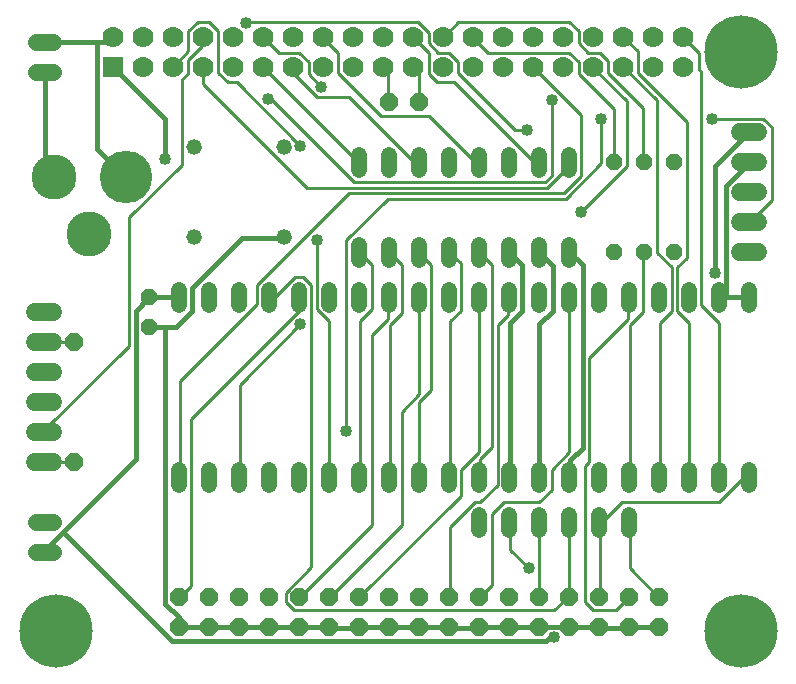
<source format=gtl>
G75*
%MOIN*%
%OFA0B0*%
%FSLAX24Y24*%
%IPPOS*%
%LPD*%
%AMOC8*
5,1,8,0,0,1.08239X$1,22.5*
%
%ADD10C,0.0560*%
%ADD11R,0.0700X0.0700*%
%ADD12C,0.0700*%
%ADD13C,0.2441*%
%ADD14C,0.1750*%
%ADD15C,0.1500*%
%ADD16OC8,0.0600*%
%ADD17C,0.0520*%
%ADD18OC8,0.0520*%
%ADD19C,0.0520*%
%ADD20C,0.0600*%
%ADD21C,0.0160*%
%ADD22C,0.0400*%
%ADD23C,0.0100*%
D10*
X002454Y004680D02*
X003014Y004680D01*
X003014Y005680D02*
X002454Y005680D01*
X002454Y020680D02*
X003014Y020680D01*
X003014Y021680D02*
X002454Y021680D01*
D11*
X005030Y020849D03*
D12*
X006030Y020849D03*
X007030Y020849D03*
X008030Y020849D03*
X009030Y020849D03*
X010030Y020849D03*
X011030Y020849D03*
X012030Y020849D03*
X013030Y020849D03*
X014030Y020849D03*
X015030Y020849D03*
X016030Y020849D03*
X017030Y020849D03*
X018030Y020849D03*
X019030Y020849D03*
X020030Y020849D03*
X021030Y020849D03*
X022030Y020849D03*
X023030Y020849D03*
X024030Y020849D03*
X024030Y021849D03*
X023030Y021849D03*
X022030Y021849D03*
X021030Y021849D03*
X020030Y021849D03*
X019030Y021849D03*
X018030Y021849D03*
X017030Y021849D03*
X016030Y021849D03*
X015030Y021849D03*
X014030Y021849D03*
X013030Y021849D03*
X012030Y021849D03*
X011030Y021849D03*
X010030Y021849D03*
X009030Y021849D03*
X008030Y021849D03*
X007030Y021849D03*
X006030Y021849D03*
X005030Y021849D03*
D13*
X003112Y002058D03*
X025947Y002058D03*
X025947Y021349D03*
D14*
X005455Y017180D03*
D15*
X004234Y015290D03*
X003053Y017180D03*
D16*
X003734Y011680D03*
X003734Y007680D03*
X007234Y003180D03*
X008234Y003180D03*
X009234Y003180D03*
X009234Y002180D03*
X008234Y002180D03*
X007234Y002180D03*
X010234Y002180D03*
X011234Y002180D03*
X011234Y003180D03*
X010234Y003180D03*
X012234Y003180D03*
X013234Y003180D03*
X013234Y002180D03*
X012234Y002180D03*
X014234Y002180D03*
X015234Y002180D03*
X015234Y003180D03*
X014234Y003180D03*
X016234Y003180D03*
X017234Y003180D03*
X017234Y002180D03*
X016234Y002180D03*
X018234Y002180D03*
X019234Y002180D03*
X020234Y002180D03*
X020234Y003180D03*
X019234Y003180D03*
X018234Y003180D03*
X021234Y003180D03*
X022234Y003180D03*
X022234Y002180D03*
X021234Y002180D03*
X023234Y002180D03*
X023234Y003180D03*
X015234Y019680D03*
X014234Y019680D03*
D17*
X010734Y018180D03*
X007734Y018180D03*
X007734Y015180D03*
X010734Y015180D03*
D18*
X006234Y013180D03*
X006234Y012180D03*
X021734Y014680D03*
X022734Y014680D03*
X023734Y014680D03*
X023734Y017680D03*
X022734Y017680D03*
X021734Y017680D03*
D19*
X020234Y017420D02*
X020234Y017940D01*
X019234Y017940D02*
X019234Y017420D01*
X018234Y017420D02*
X018234Y017940D01*
X017234Y017940D02*
X017234Y017420D01*
X016234Y017420D02*
X016234Y017940D01*
X015234Y017940D02*
X015234Y017420D01*
X014234Y017420D02*
X014234Y017940D01*
X013234Y017940D02*
X013234Y017420D01*
X013234Y014940D02*
X013234Y014420D01*
X013234Y013440D02*
X013234Y012920D01*
X012234Y012920D02*
X012234Y013440D01*
X011234Y013440D02*
X011234Y012920D01*
X010234Y012920D02*
X010234Y013440D01*
X009234Y013440D02*
X009234Y012920D01*
X008234Y012920D02*
X008234Y013440D01*
X007234Y013440D02*
X007234Y012920D01*
X007234Y007440D02*
X007234Y006920D01*
X008234Y006920D02*
X008234Y007440D01*
X009234Y007440D02*
X009234Y006920D01*
X010234Y006920D02*
X010234Y007440D01*
X011234Y007440D02*
X011234Y006920D01*
X012234Y006920D02*
X012234Y007440D01*
X013234Y007440D02*
X013234Y006920D01*
X014234Y006920D02*
X014234Y007440D01*
X015234Y007440D02*
X015234Y006920D01*
X016234Y006920D02*
X016234Y007440D01*
X017234Y007440D02*
X017234Y006920D01*
X018234Y006920D02*
X018234Y007440D01*
X019234Y007440D02*
X019234Y006920D01*
X020234Y006920D02*
X020234Y007440D01*
X021234Y007440D02*
X021234Y006920D01*
X022234Y006920D02*
X022234Y007440D01*
X023234Y007440D02*
X023234Y006920D01*
X024234Y006920D02*
X024234Y007440D01*
X025234Y007440D02*
X025234Y006920D01*
X026234Y006920D02*
X026234Y007440D01*
X022234Y005940D02*
X022234Y005420D01*
X021234Y005420D02*
X021234Y005940D01*
X020234Y005940D02*
X020234Y005420D01*
X019234Y005420D02*
X019234Y005940D01*
X018234Y005940D02*
X018234Y005420D01*
X017234Y005420D02*
X017234Y005940D01*
X017234Y012920D02*
X017234Y013440D01*
X016234Y013440D02*
X016234Y012920D01*
X015234Y012920D02*
X015234Y013440D01*
X014234Y013440D02*
X014234Y012920D01*
X014234Y014420D02*
X014234Y014940D01*
X015234Y014940D02*
X015234Y014420D01*
X016234Y014420D02*
X016234Y014940D01*
X017234Y014940D02*
X017234Y014420D01*
X018234Y014420D02*
X018234Y014940D01*
X019234Y014940D02*
X019234Y014420D01*
X020234Y014420D02*
X020234Y014940D01*
X020234Y013440D02*
X020234Y012920D01*
X019234Y012920D02*
X019234Y013440D01*
X018234Y013440D02*
X018234Y012920D01*
X021234Y012920D02*
X021234Y013440D01*
X022234Y013440D02*
X022234Y012920D01*
X023234Y012920D02*
X023234Y013440D01*
X024234Y013440D02*
X024234Y012920D01*
X025234Y012920D02*
X025234Y013440D01*
X026234Y013440D02*
X026234Y012920D01*
D20*
X025934Y014680D02*
X026534Y014680D01*
X026534Y015680D02*
X025934Y015680D01*
X025934Y016680D02*
X026534Y016680D01*
X026534Y017680D02*
X025934Y017680D01*
X025934Y018680D02*
X026534Y018680D01*
X003034Y012680D02*
X002434Y012680D01*
X002434Y011680D02*
X003034Y011680D01*
X003034Y010680D02*
X002434Y010680D01*
X002434Y009680D02*
X003034Y009680D01*
X003034Y008680D02*
X002434Y008680D01*
X002434Y007680D02*
X003034Y007680D01*
D21*
X003354Y005360D02*
X006999Y001715D01*
X019464Y001715D01*
X019599Y001850D01*
X019734Y001850D01*
X019284Y002210D02*
X019234Y002180D01*
X019194Y002210D01*
X018294Y002210D01*
X018234Y002180D01*
X018204Y002210D01*
X017304Y002210D01*
X017234Y002180D01*
X017214Y002165D01*
X016314Y002165D01*
X016234Y002180D01*
X016224Y002210D01*
X015279Y002210D01*
X015234Y002180D01*
X015234Y002210D01*
X014289Y002210D01*
X014234Y002180D01*
X014199Y002210D01*
X013299Y002210D01*
X013234Y002180D01*
X013209Y002165D01*
X012309Y002165D01*
X012234Y002180D01*
X012219Y002210D01*
X011274Y002210D01*
X011234Y002180D01*
X011229Y002210D01*
X010284Y002210D01*
X010234Y002180D01*
X010194Y002210D01*
X009294Y002210D01*
X009234Y002180D01*
X009204Y002210D01*
X008304Y002210D01*
X008234Y002180D01*
X008214Y002210D01*
X007269Y002210D01*
X007234Y002180D01*
X007224Y002255D01*
X007224Y002525D01*
X006774Y002975D01*
X006774Y012200D01*
X007134Y012200D01*
X007674Y012740D01*
X007674Y013505D01*
X009339Y015170D01*
X010734Y015170D01*
X010734Y015180D01*
X007234Y013180D02*
X007224Y013190D01*
X006234Y013190D01*
X006234Y013180D01*
X006189Y013145D01*
X005784Y012740D01*
X005784Y007790D01*
X003354Y005360D01*
X002769Y004775D01*
X002769Y004685D01*
X002734Y004680D01*
X006234Y012180D02*
X006234Y012200D01*
X006774Y012200D01*
X005455Y017180D02*
X005424Y017195D01*
X004479Y018140D01*
X004479Y021695D01*
X002769Y021695D01*
X002734Y021680D01*
X002734Y020680D02*
X002769Y020660D01*
X002769Y017465D01*
X003039Y017195D01*
X003053Y017180D01*
X006774Y017780D02*
X006774Y019130D01*
X005064Y020840D01*
X005030Y020849D01*
X004884Y021695D02*
X004479Y021695D01*
X004884Y021695D02*
X005019Y021830D01*
X005030Y021849D01*
X018234Y014680D02*
X018249Y014675D01*
X018654Y014270D01*
X018654Y012740D01*
X018249Y012335D01*
X018249Y007205D01*
X018234Y007180D01*
X019234Y007180D02*
X019239Y007205D01*
X019239Y012290D01*
X019689Y012740D01*
X019689Y014225D01*
X019234Y014680D01*
X020234Y014680D02*
X020274Y014675D01*
X020679Y014270D01*
X020679Y008150D01*
X020274Y007745D01*
X020274Y007205D01*
X020234Y007180D01*
X020229Y002210D02*
X019284Y002210D01*
X020229Y002210D02*
X020234Y002180D01*
X020274Y002210D01*
X021219Y002210D01*
X021234Y002180D01*
X021309Y002165D01*
X022209Y002165D01*
X022234Y002180D01*
X022299Y002210D01*
X023199Y002210D01*
X023234Y002180D01*
X025234Y013180D02*
X025449Y013235D01*
X025449Y016880D01*
X026214Y017645D01*
X026234Y017680D01*
X026214Y018680D02*
X026234Y018680D01*
X026214Y018680D02*
X025089Y017555D01*
X025089Y014000D01*
X025269Y013190D02*
X025234Y013180D01*
X025269Y013190D02*
X026214Y013190D01*
X026234Y013180D01*
D22*
X025089Y014000D03*
X020634Y016025D03*
X018834Y018770D03*
X019644Y019760D03*
X021309Y019130D03*
X024999Y019130D03*
X012804Y008735D03*
X011274Y012290D03*
X011814Y015080D03*
X011274Y018230D03*
X010194Y019805D03*
X011949Y020210D03*
X009474Y022325D03*
X006774Y017780D03*
X018879Y004145D03*
X019734Y001850D03*
D23*
X019734Y002750D02*
X020184Y003200D01*
X020234Y003180D01*
X020229Y003200D01*
X020229Y005675D01*
X020234Y005680D01*
X019239Y005675D02*
X019234Y005680D01*
X019239Y005675D02*
X019239Y003200D01*
X019234Y003180D01*
X019734Y002750D02*
X011049Y002750D01*
X010779Y003020D01*
X010779Y003335D01*
X011634Y004190D01*
X011634Y013595D01*
X011364Y013865D01*
X011094Y013865D01*
X010419Y013190D01*
X010239Y013190D01*
X010234Y013180D01*
X009834Y012965D02*
X009834Y013595D01*
X012894Y016655D01*
X020049Y016655D01*
X020634Y017240D01*
X020634Y019265D01*
X019059Y020840D01*
X019030Y020849D01*
X020229Y021335D02*
X017529Y021335D01*
X017034Y021830D01*
X017030Y021849D01*
X016539Y022370D02*
X016044Y021875D01*
X016030Y021849D01*
X015549Y022010D02*
X015549Y021650D01*
X015864Y021335D01*
X016224Y021335D01*
X016539Y021020D01*
X016539Y020660D01*
X018429Y018770D01*
X018834Y018770D01*
X019059Y017690D02*
X016404Y020345D01*
X015819Y020345D01*
X015549Y020615D01*
X015549Y021335D01*
X015054Y021830D01*
X015030Y021849D01*
X015549Y022010D02*
X015189Y022370D01*
X009519Y022370D01*
X009474Y022325D01*
X010030Y021849D02*
X010059Y021830D01*
X010554Y021335D01*
X011229Y021335D01*
X011544Y021020D01*
X011544Y020615D01*
X011949Y020210D01*
X011814Y019850D02*
X011049Y020615D01*
X011049Y020840D01*
X011030Y020849D01*
X010059Y020840D02*
X010030Y020849D01*
X010059Y020840D02*
X013209Y017690D01*
X013234Y017680D01*
X013074Y017015D02*
X019419Y017015D01*
X019644Y017240D01*
X019644Y019760D01*
X020544Y020615D02*
X020544Y021020D01*
X020229Y021335D01*
X020544Y021650D02*
X020544Y022055D01*
X020229Y022370D01*
X016539Y022370D01*
X015054Y020840D02*
X015030Y020849D01*
X015054Y020840D02*
X015234Y020660D01*
X015234Y019680D01*
X015549Y019220D02*
X013974Y019220D01*
X012534Y020660D01*
X012534Y021335D01*
X012039Y021830D01*
X012030Y021849D01*
X014030Y020849D02*
X014064Y020840D01*
X014199Y020705D01*
X014199Y019715D01*
X014234Y019680D01*
X015549Y019220D02*
X017079Y017690D01*
X017214Y017690D01*
X017234Y017680D01*
X019059Y017690D02*
X019194Y017690D01*
X019234Y017680D01*
X019509Y016835D02*
X020229Y017555D01*
X020229Y017645D01*
X020234Y017680D01*
X021309Y017645D02*
X021309Y019130D01*
X021714Y019445D02*
X020544Y020615D01*
X021030Y020849D02*
X021039Y020840D01*
X022164Y019715D01*
X022164Y017555D01*
X020634Y016025D01*
X020139Y016475D02*
X021309Y017645D01*
X021714Y017690D02*
X021734Y017680D01*
X021714Y017690D02*
X021714Y019445D01*
X022704Y019490D02*
X021534Y020660D01*
X021534Y021065D01*
X021264Y021335D01*
X020859Y021335D01*
X020544Y021650D01*
X022030Y021849D02*
X022074Y021830D01*
X022524Y021380D01*
X022524Y020660D01*
X024144Y019040D01*
X024144Y014495D01*
X023829Y014180D01*
X023829Y012740D01*
X024234Y012335D01*
X024234Y007180D01*
X023244Y007205D02*
X023234Y007180D01*
X023244Y007205D02*
X023244Y012335D01*
X023649Y012740D01*
X023649Y014180D01*
X023154Y014675D01*
X023154Y019760D01*
X022074Y020840D01*
X022030Y020849D01*
X022704Y019490D02*
X022704Y017690D01*
X022734Y017680D01*
X024999Y019130D02*
X026709Y019130D01*
X026979Y018860D01*
X026979Y016430D01*
X026259Y015710D01*
X026234Y015680D01*
X024639Y012920D02*
X024639Y020705D01*
X024549Y020795D01*
X024549Y021335D01*
X024054Y021830D01*
X024030Y021849D01*
X019509Y016835D02*
X011499Y016835D01*
X008034Y020300D01*
X008034Y020840D01*
X008030Y020849D01*
X007539Y020660D02*
X007539Y021110D01*
X007989Y021560D01*
X007989Y021830D01*
X008030Y021849D01*
X007539Y022055D02*
X007539Y021380D01*
X007044Y020885D01*
X007030Y020849D01*
X007314Y020435D02*
X007539Y020660D01*
X007314Y020435D02*
X007314Y017600D01*
X005559Y015845D01*
X005559Y011570D01*
X002769Y008780D01*
X002769Y008690D01*
X002734Y008680D01*
X002769Y007700D02*
X002734Y007680D01*
X002769Y007700D02*
X003714Y007700D01*
X003734Y007680D01*
X007234Y007180D02*
X007269Y007205D01*
X007269Y010400D01*
X009834Y012965D01*
X011229Y013145D02*
X011229Y012740D01*
X007629Y009140D01*
X007629Y003560D01*
X007269Y003200D01*
X007234Y003180D01*
X011234Y003180D02*
X011274Y003200D01*
X013659Y005585D01*
X013659Y011930D01*
X014199Y012470D01*
X014199Y013145D01*
X014234Y013180D01*
X014649Y012650D02*
X014649Y014270D01*
X014244Y014675D01*
X014234Y014680D01*
X013659Y014270D02*
X013254Y014675D01*
X013234Y014680D01*
X012804Y015080D02*
X014199Y016475D01*
X020139Y016475D01*
X022704Y014675D02*
X022734Y014680D01*
X022704Y014675D02*
X022704Y012695D01*
X022254Y012245D01*
X022254Y007205D01*
X022234Y007180D01*
X021984Y006350D02*
X021309Y005675D01*
X021234Y005680D01*
X021264Y005675D01*
X021264Y003200D01*
X021234Y003180D01*
X021039Y002750D02*
X021804Y002750D01*
X022234Y003180D01*
X023199Y003200D02*
X022254Y004145D01*
X022254Y005675D01*
X022234Y005680D01*
X021984Y006350D02*
X025224Y006350D01*
X026034Y007160D01*
X026214Y007160D01*
X026234Y007180D01*
X025234Y007180D02*
X025224Y007205D01*
X025224Y012335D01*
X024639Y012920D01*
X022234Y013180D02*
X022209Y013145D01*
X022209Y012470D01*
X020904Y011165D01*
X020904Y007700D01*
X020769Y007565D01*
X020769Y003020D01*
X021039Y002750D01*
X018879Y004145D02*
X018249Y004775D01*
X018249Y005675D01*
X018234Y005680D01*
X017664Y005945D02*
X017664Y003605D01*
X017259Y003200D01*
X017234Y003180D01*
X016269Y003200D02*
X016234Y003180D01*
X016269Y003200D02*
X016269Y005540D01*
X017079Y006350D01*
X017259Y006350D01*
X017844Y006935D01*
X017844Y012245D01*
X018204Y012605D01*
X018204Y013145D01*
X018234Y013180D01*
X017234Y013180D02*
X017214Y013145D01*
X017214Y008015D01*
X016629Y007430D01*
X016629Y006575D01*
X013234Y003180D01*
X012264Y003200D02*
X012234Y003180D01*
X012264Y003200D02*
X014649Y005585D01*
X014649Y009365D01*
X015234Y009950D01*
X015234Y013180D01*
X014649Y012650D02*
X014244Y012245D01*
X014244Y007205D01*
X014234Y007180D01*
X015234Y007180D02*
X015234Y009680D01*
X015639Y010085D01*
X015639Y014270D01*
X015234Y014675D01*
X015234Y014680D01*
X016234Y014680D02*
X016269Y014675D01*
X016629Y014315D01*
X016629Y012740D01*
X016269Y012380D01*
X016269Y007205D01*
X016234Y007180D01*
X017234Y007180D02*
X017259Y007205D01*
X017259Y007790D01*
X017664Y008195D01*
X017664Y014270D01*
X017259Y014675D01*
X017234Y014680D01*
X020234Y013180D02*
X020229Y013145D01*
X020229Y008015D01*
X019644Y007430D01*
X019644Y006755D01*
X019239Y006350D01*
X018069Y006350D01*
X017664Y005945D01*
X013254Y007205D02*
X013234Y007180D01*
X013254Y007205D02*
X013254Y012380D01*
X013659Y012785D01*
X013659Y014270D01*
X012804Y015080D02*
X012804Y008735D01*
X012219Y007205D02*
X012234Y007180D01*
X012219Y007205D02*
X012219Y012380D01*
X011814Y012785D01*
X011814Y015080D01*
X011234Y013180D02*
X011229Y013145D01*
X011274Y012290D02*
X009249Y010265D01*
X009249Y007205D01*
X009234Y007180D01*
X003734Y011680D02*
X003714Y011705D01*
X002769Y011705D01*
X002734Y011680D01*
X011274Y018230D02*
X009159Y020345D01*
X008844Y020345D01*
X008529Y020660D01*
X008529Y022055D01*
X008214Y022370D01*
X007854Y022370D01*
X007539Y022055D01*
X010194Y019805D02*
X010284Y019805D01*
X013074Y017015D01*
X015054Y017690D02*
X012894Y019850D01*
X011814Y019850D01*
X015054Y017690D02*
X015234Y017690D01*
X015234Y017680D01*
X023199Y003200D02*
X023234Y003180D01*
M02*

</source>
